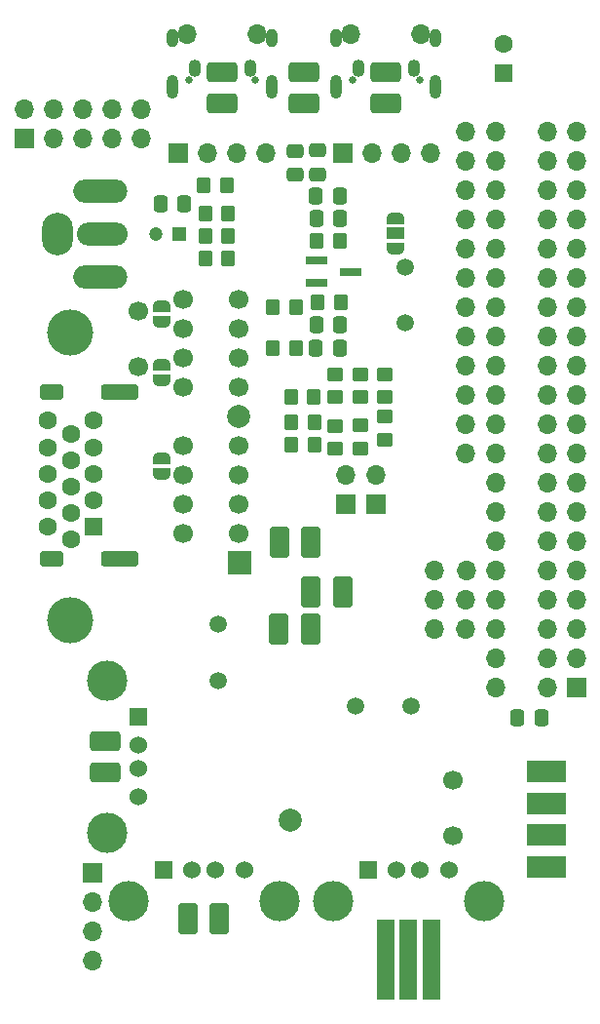
<source format=gbs>
G04 #@! TF.GenerationSoftware,KiCad,Pcbnew,6.0.11-2627ca5db0~126~ubuntu20.04.1*
G04 #@! TF.CreationDate,2023-09-26T13:35:35+05:00*
G04 #@! TF.ProjectId,33EJU23,3333454a-5532-4332-9e6b-696361645f70,rev?*
G04 #@! TF.SameCoordinates,Original*
G04 #@! TF.FileFunction,Soldermask,Bot*
G04 #@! TF.FilePolarity,Negative*
%FSLAX46Y46*%
G04 Gerber Fmt 4.6, Leading zero omitted, Abs format (unit mm)*
G04 Created by KiCad (PCBNEW 6.0.11-2627ca5db0~126~ubuntu20.04.1) date 2023-09-26 13:35:35*
%MOMM*%
%LPD*%
G01*
G04 APERTURE LIST*
G04 Aperture macros list*
%AMRoundRect*
0 Rectangle with rounded corners*
0 $1 Rounding radius*
0 $2 $3 $4 $5 $6 $7 $8 $9 X,Y pos of 4 corners*
0 Add a 4 corners polygon primitive as box body*
4,1,4,$2,$3,$4,$5,$6,$7,$8,$9,$2,$3,0*
0 Add four circle primitives for the rounded corners*
1,1,$1+$1,$2,$3*
1,1,$1+$1,$4,$5*
1,1,$1+$1,$6,$7*
1,1,$1+$1,$8,$9*
0 Add four rect primitives between the rounded corners*
20,1,$1+$1,$2,$3,$4,$5,0*
20,1,$1+$1,$4,$5,$6,$7,0*
20,1,$1+$1,$6,$7,$8,$9,0*
20,1,$1+$1,$8,$9,$2,$3,0*%
%AMFreePoly0*
4,1,22,0.550000,-0.750000,0.000000,-0.750000,0.000000,-0.745033,-0.079941,-0.743568,-0.215256,-0.701293,-0.333266,-0.622738,-0.424486,-0.514219,-0.481581,-0.384460,-0.499164,-0.250000,-0.500000,-0.250000,-0.500000,0.250000,-0.499164,0.250000,-0.499963,0.256109,-0.478152,0.396186,-0.417904,0.524511,-0.324060,0.630769,-0.204165,0.706417,-0.067858,0.745374,0.000000,0.744959,0.000000,0.750000,
0.550000,0.750000,0.550000,-0.750000,0.550000,-0.750000,$1*%
%AMFreePoly1*
4,1,20,0.000000,0.744959,0.073905,0.744508,0.209726,0.703889,0.328688,0.626782,0.421226,0.519385,0.479903,0.390333,0.500000,0.250000,0.500000,-0.250000,0.499851,-0.262216,0.476331,-0.402017,0.414519,-0.529596,0.319384,-0.634700,0.198574,-0.708877,0.061801,-0.746166,0.000000,-0.745033,0.000000,-0.750000,-0.550000,-0.750000,-0.550000,0.750000,0.000000,0.750000,0.000000,0.744959,
0.000000,0.744959,$1*%
%AMFreePoly2*
4,1,22,0.500000,-0.750000,0.000000,-0.750000,0.000000,-0.745033,-0.079941,-0.743568,-0.215256,-0.701293,-0.333266,-0.622738,-0.424486,-0.514219,-0.481581,-0.384460,-0.499164,-0.250000,-0.500000,-0.250000,-0.500000,0.250000,-0.499164,0.250000,-0.499963,0.256109,-0.478152,0.396186,-0.417904,0.524511,-0.324060,0.630769,-0.204165,0.706417,-0.067858,0.745374,0.000000,0.744959,0.000000,0.750000,
0.500000,0.750000,0.500000,-0.750000,0.500000,-0.750000,$1*%
%AMFreePoly3*
4,1,20,0.000000,0.744959,0.073905,0.744508,0.209726,0.703889,0.328688,0.626782,0.421226,0.519385,0.479903,0.390333,0.500000,0.250000,0.500000,-0.250000,0.499851,-0.262216,0.476331,-0.402017,0.414519,-0.529596,0.319384,-0.634700,0.198574,-0.708877,0.061801,-0.746166,0.000000,-0.745033,0.000000,-0.750000,-0.500000,-0.750000,-0.500000,0.750000,0.000000,0.750000,0.000000,0.744959,
0.000000,0.744959,$1*%
G04 Aperture macros list end*
%ADD10R,1.600000X7.000000*%
%ADD11RoundRect,0.250000X0.337500X0.475000X-0.337500X0.475000X-0.337500X-0.475000X0.337500X-0.475000X0*%
%ADD12C,1.500000*%
%ADD13C,1.700000*%
%ADD14C,2.000000*%
%ADD15O,1.700000X1.700000*%
%ADD16C,0.650000*%
%ADD17O,1.000000X1.600000*%
%ADD18O,1.100000X1.500000*%
%ADD19O,1.000000X2.100000*%
%ADD20R,1.700000X1.700000*%
%ADD21RoundRect,0.350000X-1.300000X0.350000X-1.300000X-0.350000X1.300000X-0.350000X1.300000X0.350000X0*%
%ADD22RoundRect,0.350000X-0.700000X0.350000X-0.700000X-0.350000X0.700000X-0.350000X0.700000X0.350000X0*%
%ADD23R,1.524000X1.524000*%
%ADD24C,1.524000*%
%ADD25C,3.500000*%
%ADD26R,2.000000X2.000000*%
%ADD27R,1.200000X1.200000*%
%ADD28C,1.200000*%
%ADD29R,1.600000X1.600000*%
%ADD30C,1.600000*%
%ADD31O,4.700000X2.000000*%
%ADD32O,4.400000X2.000000*%
%ADD33O,2.700000X3.700000*%
%ADD34R,3.480000X1.846667*%
%ADD35C,4.000000*%
%ADD36RoundRect,0.250000X0.350000X0.450000X-0.350000X0.450000X-0.350000X-0.450000X0.350000X-0.450000X0*%
%ADD37FreePoly0,90.000000*%
%ADD38R,1.500000X1.000000*%
%ADD39FreePoly1,90.000000*%
%ADD40RoundRect,0.323962X0.534538X1.026038X-0.534538X1.026038X-0.534538X-1.026038X0.534538X-1.026038X0*%
%ADD41RoundRect,0.250000X-0.475000X0.337500X-0.475000X-0.337500X0.475000X-0.337500X0.475000X0.337500X0*%
%ADD42RoundRect,0.250000X-0.450000X0.350000X-0.450000X-0.350000X0.450000X-0.350000X0.450000X0.350000X0*%
%ADD43RoundRect,0.250000X-0.350000X-0.450000X0.350000X-0.450000X0.350000X0.450000X-0.350000X0.450000X0*%
%ADD44FreePoly2,90.000000*%
%ADD45FreePoly3,90.000000*%
%ADD46RoundRect,0.323962X1.026038X-0.534538X1.026038X0.534538X-1.026038X0.534538X-1.026038X-0.534538X0*%
%ADD47R,1.900000X0.800000*%
%ADD48RoundRect,0.323962X-0.534538X-1.026038X0.534538X-1.026038X0.534538X1.026038X-0.534538X1.026038X0*%
%ADD49RoundRect,0.250000X-0.337500X-0.475000X0.337500X-0.475000X0.337500X0.475000X-0.337500X0.475000X0*%
%ADD50RoundRect,0.323962X-1.026038X0.534538X-1.026038X-0.534538X1.026038X-0.534538X1.026038X0.534538X0*%
G04 APERTURE END LIST*
D10*
X64764318Y-109982000D03*
X66764318Y-109982000D03*
X62764318Y-109982000D03*
D11*
X76348500Y-89027000D03*
X74273500Y-89027000D03*
D12*
X64516000Y-54737000D03*
X64516000Y-49857000D03*
D13*
X45212000Y-67945000D03*
X50038000Y-67945000D03*
D14*
X50046413Y-62888717D03*
D13*
X45212000Y-70485000D03*
X50038000Y-70485000D03*
D15*
X69723000Y-81280000D03*
X69723000Y-78740000D03*
D13*
X45212000Y-55245000D03*
X50038000Y-55245000D03*
D15*
X67056000Y-81280000D03*
X67056000Y-78740000D03*
X67056000Y-76200000D03*
X69806000Y-76200000D03*
X72390000Y-86360000D03*
X72390000Y-83820000D03*
X72390000Y-81280000D03*
X72390000Y-78740000D03*
X72390000Y-76200000D03*
X72390000Y-73660000D03*
X72390000Y-71120000D03*
X72390000Y-68580000D03*
X72390000Y-66040000D03*
X72390000Y-63500000D03*
X72390000Y-60960000D03*
X72390000Y-58420000D03*
X72390000Y-55880000D03*
X72390000Y-53340000D03*
X72390000Y-50800000D03*
X72390000Y-48260000D03*
X72390000Y-45720000D03*
X72390000Y-43180000D03*
X72390000Y-40640000D03*
X72390000Y-38100000D03*
D16*
X45720635Y-33684506D03*
X51500635Y-33684506D03*
D17*
X52930635Y-30034506D03*
D15*
X51631980Y-29657012D03*
D18*
X51028980Y-32657012D03*
D19*
X52930635Y-34214506D03*
D17*
X44290635Y-30034506D03*
D18*
X46188980Y-32657012D03*
D15*
X45535980Y-29629012D03*
D19*
X44290635Y-34214506D03*
D20*
X37284483Y-102508257D03*
D15*
X37284483Y-105048257D03*
X37284483Y-107588257D03*
X37284483Y-110128257D03*
D20*
X61976000Y-70485000D03*
D15*
X61976000Y-67945000D03*
D20*
X79375000Y-86355000D03*
D15*
X76835000Y-86355000D03*
X79375000Y-83815000D03*
X76835000Y-83815000D03*
X79375000Y-81275000D03*
X76835000Y-81275000D03*
X79375000Y-78735000D03*
X76835000Y-78735000D03*
X79375000Y-76195000D03*
X76835000Y-76195000D03*
X79375000Y-73655000D03*
X76835000Y-73655000D03*
X79375000Y-71115000D03*
X76835000Y-71115000D03*
X79375000Y-68575000D03*
X76835000Y-68575000D03*
X79375000Y-66035000D03*
X76835000Y-66035000D03*
X79375000Y-63495000D03*
X76835000Y-63495000D03*
X79375000Y-60955000D03*
X76835000Y-60955000D03*
X79375000Y-58415000D03*
X76835000Y-58415000D03*
X79375000Y-55875000D03*
X76835000Y-55875000D03*
X79375000Y-53335000D03*
X76835000Y-53335000D03*
X79375000Y-50795000D03*
X76835000Y-50795000D03*
X79375000Y-48255000D03*
X76835000Y-48255000D03*
X79375000Y-45715000D03*
X76835000Y-45715000D03*
X79375000Y-43175000D03*
X76835000Y-43175000D03*
X79375000Y-40635000D03*
X76835000Y-40635000D03*
X79375000Y-38095000D03*
X76835000Y-38095000D03*
D21*
X39695000Y-60695000D03*
D22*
X33735000Y-60695000D03*
X33735000Y-75195000D03*
D21*
X39695000Y-75195000D03*
D13*
X68664381Y-94454757D03*
X68664381Y-99280757D03*
D23*
X41275000Y-88900000D03*
D24*
X41275000Y-91400000D03*
X41275000Y-93400000D03*
X41275000Y-95900000D03*
D25*
X38565000Y-98970000D03*
X38565000Y-85830000D03*
D26*
X50066639Y-75569345D03*
D13*
X45212000Y-52705000D03*
X50038000Y-52705000D03*
D23*
X61270000Y-102222500D03*
D24*
X63770000Y-102222500D03*
X65770000Y-102222500D03*
X68270000Y-102222500D03*
D25*
X71340000Y-104932500D03*
X58200000Y-104932500D03*
D16*
X65729600Y-33682000D03*
X59949600Y-33682000D03*
D17*
X67159600Y-30032000D03*
D15*
X65860945Y-29654506D03*
D18*
X65257945Y-32654506D03*
D17*
X58519600Y-30032000D03*
D15*
X59764945Y-29626506D03*
D19*
X58519600Y-34212000D03*
X67159600Y-34212000D03*
D18*
X60417945Y-32654506D03*
D27*
X44838400Y-46990000D03*
D28*
X42838400Y-46990000D03*
D20*
X31369000Y-38684200D03*
D15*
X31369000Y-36144200D03*
X33909000Y-38684200D03*
X33909000Y-36144200D03*
X36449000Y-38684200D03*
X36449000Y-36144200D03*
X38989000Y-38684200D03*
X38989000Y-36144200D03*
X41529000Y-38684200D03*
X41529000Y-36144200D03*
D20*
X59309000Y-70485000D03*
D15*
X59309000Y-67945000D03*
D12*
X65024000Y-88011000D03*
X60144000Y-88011000D03*
D13*
X41275000Y-58563000D03*
X41275000Y-53737000D03*
D12*
X48260000Y-85762000D03*
X48260000Y-80882000D03*
D29*
X73025000Y-33020000D03*
D30*
X73025000Y-30520000D03*
D31*
X37955019Y-50786245D03*
D32*
X38155019Y-47036245D03*
D31*
X37955019Y-43286245D03*
D33*
X34255019Y-47036245D03*
D20*
X44810635Y-40005000D03*
D15*
X47350635Y-40005000D03*
X49890635Y-40005000D03*
X52430635Y-40005000D03*
D14*
X54483000Y-97917000D03*
D34*
X76806700Y-101970400D03*
X76806700Y-99200400D03*
X76806700Y-96430400D03*
X76806700Y-93660400D03*
D13*
X45212000Y-60325000D03*
X50038000Y-60325000D03*
D20*
X59065000Y-40005000D03*
D15*
X61605000Y-40005000D03*
X64145000Y-40005000D03*
X66685000Y-40005000D03*
D35*
X35350331Y-80575000D03*
X35350331Y-55575000D03*
D29*
X37400331Y-72390000D03*
D30*
X37400331Y-70100000D03*
X37400331Y-67810000D03*
X37400331Y-65520000D03*
X37400331Y-63230000D03*
X35420331Y-73535000D03*
X35420331Y-71245000D03*
X35420331Y-68955000D03*
X35420331Y-66665000D03*
X35420331Y-64375000D03*
X33440331Y-72390000D03*
X33440331Y-70100000D03*
X33440331Y-67810000D03*
X33440331Y-65520000D03*
X33440331Y-63230000D03*
D23*
X43490000Y-102222500D03*
D24*
X45990000Y-102222500D03*
X47990000Y-102222500D03*
X50490000Y-102222500D03*
D25*
X40420000Y-104932500D03*
X53560000Y-104932500D03*
D15*
X69723000Y-66040000D03*
X69723000Y-63500000D03*
X69723000Y-60960000D03*
X69723000Y-58420000D03*
X69723000Y-55880000D03*
X69723000Y-53340000D03*
X69723000Y-50800000D03*
X69723000Y-48260000D03*
X69723000Y-45720000D03*
X69723000Y-43180000D03*
X69723000Y-40640000D03*
X69723000Y-38100000D03*
D13*
X45212000Y-57785000D03*
X50038000Y-57785000D03*
X45212000Y-65405000D03*
X50038000Y-65405000D03*
X45212000Y-73025000D03*
X50038000Y-73025000D03*
D36*
X49098200Y-45237400D03*
X47098200Y-45237400D03*
D37*
X63647332Y-48258839D03*
D38*
X63647332Y-46958839D03*
D39*
X63647332Y-45658839D03*
D40*
X56255806Y-81341871D03*
X53522806Y-81341871D03*
D41*
X54917866Y-39798144D03*
X54917866Y-41873144D03*
D42*
X60579000Y-63643000D03*
X60579000Y-65643000D03*
D36*
X49107600Y-47167800D03*
X47107600Y-47167800D03*
D43*
X52975000Y-53350000D03*
X54975000Y-53350000D03*
D42*
X62738000Y-59198000D03*
X62738000Y-61198000D03*
D40*
X56277514Y-73802621D03*
X53544514Y-73802621D03*
D42*
X60579000Y-59198000D03*
X60579000Y-61198000D03*
D44*
X43307000Y-54610000D03*
D45*
X43307000Y-53310000D03*
D43*
X56912000Y-52959000D03*
X58912000Y-52959000D03*
D11*
X58835431Y-45660948D03*
X56760431Y-45660948D03*
D36*
X58785000Y-47625000D03*
X56785000Y-47625000D03*
D46*
X62839600Y-35656500D03*
X62839600Y-32923500D03*
D42*
X58420000Y-59198000D03*
X58420000Y-61198000D03*
D44*
X43307000Y-67833000D03*
D45*
X43307000Y-66533000D03*
D36*
X56626000Y-65278000D03*
X54626000Y-65278000D03*
D11*
X45309700Y-44373800D03*
X43234700Y-44373800D03*
D47*
X56793000Y-51242000D03*
X56793000Y-49342000D03*
X59793000Y-50292000D03*
D46*
X55670885Y-35705289D03*
X55670885Y-32972289D03*
D48*
X56322000Y-78105000D03*
X59055000Y-78105000D03*
D44*
X43307000Y-59690000D03*
D45*
X43307000Y-58390000D03*
D42*
X62738000Y-62881000D03*
X62738000Y-64881000D03*
D36*
X56579549Y-61120603D03*
X54579549Y-61120603D03*
X49006000Y-42824400D03*
X47006000Y-42824400D03*
D49*
X56747500Y-43688000D03*
X58822500Y-43688000D03*
D11*
X58826053Y-54916607D03*
X56751053Y-54916607D03*
D42*
X58420000Y-63659000D03*
X58420000Y-65659000D03*
D50*
X38440809Y-91029507D03*
X38440809Y-93762507D03*
D41*
X56881067Y-39760813D03*
X56881067Y-41835813D03*
D49*
X56726000Y-56896000D03*
X58801000Y-56896000D03*
D36*
X49107600Y-49098200D03*
X47107600Y-49098200D03*
X56626000Y-63373000D03*
X54626000Y-63373000D03*
D43*
X52975000Y-56896000D03*
X54975000Y-56896000D03*
D46*
X48610635Y-35656500D03*
X48610635Y-32923500D03*
D48*
X45623500Y-106426000D03*
X48356500Y-106426000D03*
M02*

</source>
